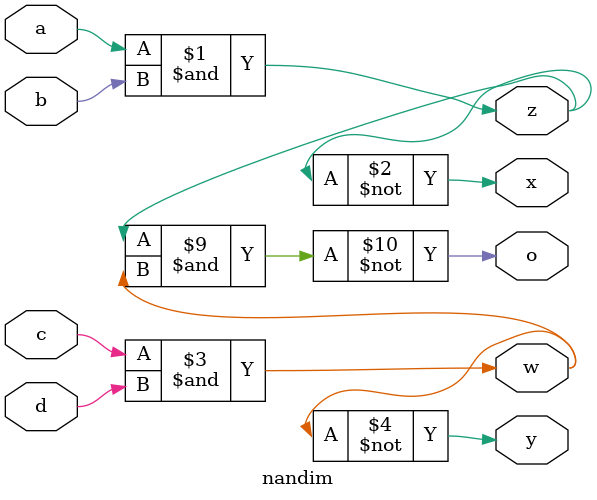
<source format=v>
module nandim(a,b,c,d,x,y,z,w,o);
  input a,b,c,d;
  output x,y,z,w,o;
  nand g1(x,a,b);
  nand g2(y,c,d);
  nand g3(z,x,x);
  nand g4(w,y,y);
  nand g5(o,z,w);
endmodule

</source>
